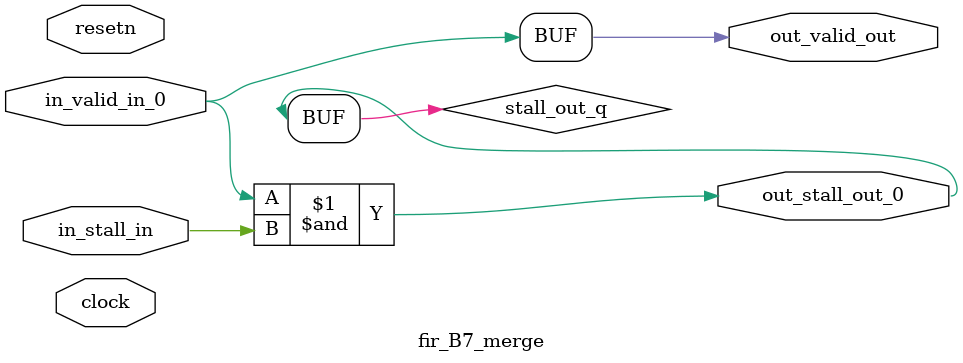
<source format=sv>



(* altera_attribute = "-name AUTO_SHIFT_REGISTER_RECOGNITION OFF; -name MESSAGE_DISABLE 10036; -name MESSAGE_DISABLE 10037; -name MESSAGE_DISABLE 14130; -name MESSAGE_DISABLE 14320; -name MESSAGE_DISABLE 15400; -name MESSAGE_DISABLE 14130; -name MESSAGE_DISABLE 10036; -name MESSAGE_DISABLE 12020; -name MESSAGE_DISABLE 12030; -name MESSAGE_DISABLE 12010; -name MESSAGE_DISABLE 12110; -name MESSAGE_DISABLE 14320; -name MESSAGE_DISABLE 13410; -name MESSAGE_DISABLE 113007; -name MESSAGE_DISABLE 10958" *)
module fir_B7_merge (
    input wire [0:0] in_stall_in,
    input wire [0:0] in_valid_in_0,
    output wire [0:0] out_stall_out_0,
    output wire [0:0] out_valid_out,
    input wire clock,
    input wire resetn
    );

    wire [0:0] stall_out_q;


    // stall_out(LOGICAL,6)
    assign stall_out_q = in_valid_in_0 & in_stall_in;

    // out_stall_out_0(GPOUT,4)
    assign out_stall_out_0 = stall_out_q;

    // out_valid_out(GPOUT,5)
    assign out_valid_out = in_valid_in_0;

endmodule

</source>
